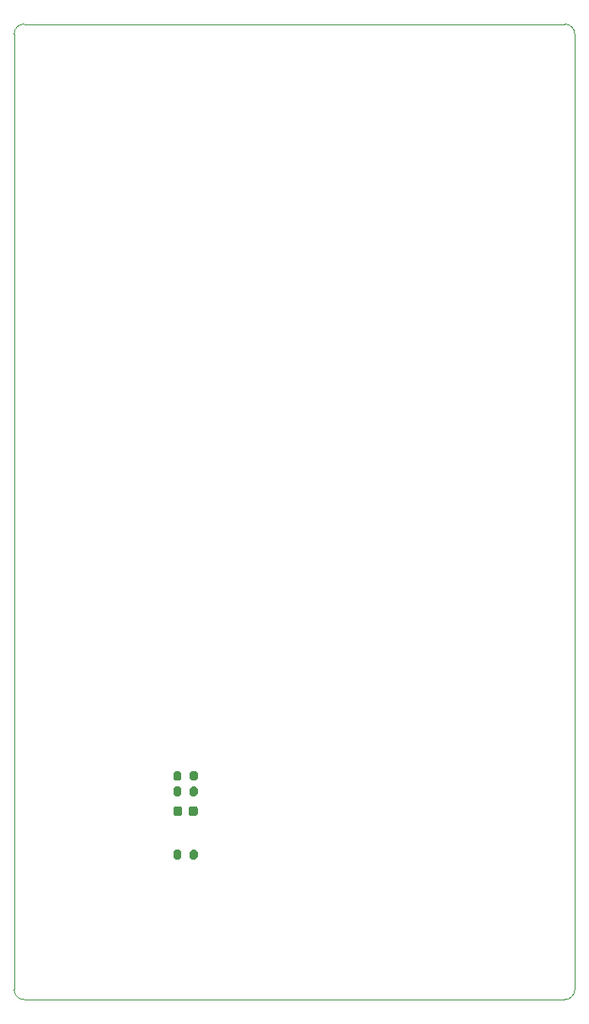
<source format=gbp>
%TF.GenerationSoftware,KiCad,Pcbnew,5.1.10-88a1d61d58~88~ubuntu20.04.1*%
%TF.CreationDate,2021-06-24T14:50:30-05:00*%
%TF.ProjectId,MiOrigin,4d694f72-6967-4696-9e2e-6b696361645f,rev?*%
%TF.SameCoordinates,Original*%
%TF.FileFunction,Paste,Bot*%
%TF.FilePolarity,Positive*%
%FSLAX46Y46*%
G04 Gerber Fmt 4.6, Leading zero omitted, Abs format (unit mm)*
G04 Created by KiCad (PCBNEW 5.1.10-88a1d61d58~88~ubuntu20.04.1) date 2021-06-24 14:50:30*
%MOMM*%
%LPD*%
G01*
G04 APERTURE LIST*
%TA.AperFunction,Profile*%
%ADD10C,0.010000*%
%TD*%
G04 APERTURE END LIST*
D10*
X125580000Y-143500000D02*
G75*
G02*
X124580000Y-142500000I0J1000000D01*
G01*
X180920000Y-142500000D02*
G75*
G02*
X179920000Y-143500000I-1000000J0D01*
G01*
X179920000Y-45500000D02*
G75*
G02*
X180920000Y-46500000I0J-1000000D01*
G01*
X124580000Y-46500000D02*
G75*
G02*
X125580000Y-45500000I1000000J0D01*
G01*
X124580000Y-142500000D02*
X124580000Y-46500000D01*
X180920000Y-142500000D02*
X180920000Y-46500000D01*
X179920000Y-143500000D02*
X125580000Y-143500000D01*
X125580000Y-45500000D02*
X179920000Y-45500000D01*
%TO.C,R6*%
G36*
G01*
X141385600Y-122317200D02*
X141385600Y-122867200D01*
G75*
G02*
X141185600Y-123067200I-200000J0D01*
G01*
X140785600Y-123067200D01*
G75*
G02*
X140585600Y-122867200I0J200000D01*
G01*
X140585600Y-122317200D01*
G75*
G02*
X140785600Y-122117200I200000J0D01*
G01*
X141185600Y-122117200D01*
G75*
G02*
X141385600Y-122317200I0J-200000D01*
G01*
G37*
G36*
G01*
X143035600Y-122317200D02*
X143035600Y-122867200D01*
G75*
G02*
X142835600Y-123067200I-200000J0D01*
G01*
X142435600Y-123067200D01*
G75*
G02*
X142235600Y-122867200I0J200000D01*
G01*
X142235600Y-122317200D01*
G75*
G02*
X142435600Y-122117200I200000J0D01*
G01*
X142835600Y-122117200D01*
G75*
G02*
X143035600Y-122317200I0J-200000D01*
G01*
G37*
%TD*%
%TO.C,R4*%
G36*
G01*
X141385600Y-120767800D02*
X141385600Y-121317800D01*
G75*
G02*
X141185600Y-121517800I-200000J0D01*
G01*
X140785600Y-121517800D01*
G75*
G02*
X140585600Y-121317800I0J200000D01*
G01*
X140585600Y-120767800D01*
G75*
G02*
X140785600Y-120567800I200000J0D01*
G01*
X141185600Y-120567800D01*
G75*
G02*
X141385600Y-120767800I0J-200000D01*
G01*
G37*
G36*
G01*
X143035600Y-120767800D02*
X143035600Y-121317800D01*
G75*
G02*
X142835600Y-121517800I-200000J0D01*
G01*
X142435600Y-121517800D01*
G75*
G02*
X142235600Y-121317800I0J200000D01*
G01*
X142235600Y-120767800D01*
G75*
G02*
X142435600Y-120567800I200000J0D01*
G01*
X142835600Y-120567800D01*
G75*
G02*
X143035600Y-120767800I0J-200000D01*
G01*
G37*
%TD*%
%TO.C,C6*%
G36*
G01*
X141485400Y-124323400D02*
X141485400Y-124823400D01*
G75*
G02*
X141260400Y-125048400I-225000J0D01*
G01*
X140810400Y-125048400D01*
G75*
G02*
X140585400Y-124823400I0J225000D01*
G01*
X140585400Y-124323400D01*
G75*
G02*
X140810400Y-124098400I225000J0D01*
G01*
X141260400Y-124098400D01*
G75*
G02*
X141485400Y-124323400I0J-225000D01*
G01*
G37*
G36*
G01*
X143035400Y-124323400D02*
X143035400Y-124823400D01*
G75*
G02*
X142810400Y-125048400I-225000J0D01*
G01*
X142360400Y-125048400D01*
G75*
G02*
X142135400Y-124823400I0J225000D01*
G01*
X142135400Y-124323400D01*
G75*
G02*
X142360400Y-124098400I225000J0D01*
G01*
X142810400Y-124098400D01*
G75*
G02*
X143035400Y-124323400I0J-225000D01*
G01*
G37*
%TD*%
%TO.C,R5*%
G36*
G01*
X142235600Y-129217200D02*
X142235600Y-128667200D01*
G75*
G02*
X142435600Y-128467200I200000J0D01*
G01*
X142835600Y-128467200D01*
G75*
G02*
X143035600Y-128667200I0J-200000D01*
G01*
X143035600Y-129217200D01*
G75*
G02*
X142835600Y-129417200I-200000J0D01*
G01*
X142435600Y-129417200D01*
G75*
G02*
X142235600Y-129217200I0J200000D01*
G01*
G37*
G36*
G01*
X140585600Y-129217200D02*
X140585600Y-128667200D01*
G75*
G02*
X140785600Y-128467200I200000J0D01*
G01*
X141185600Y-128467200D01*
G75*
G02*
X141385600Y-128667200I0J-200000D01*
G01*
X141385600Y-129217200D01*
G75*
G02*
X141185600Y-129417200I-200000J0D01*
G01*
X140785600Y-129417200D01*
G75*
G02*
X140585600Y-129217200I0J200000D01*
G01*
G37*
%TD*%
M02*

</source>
